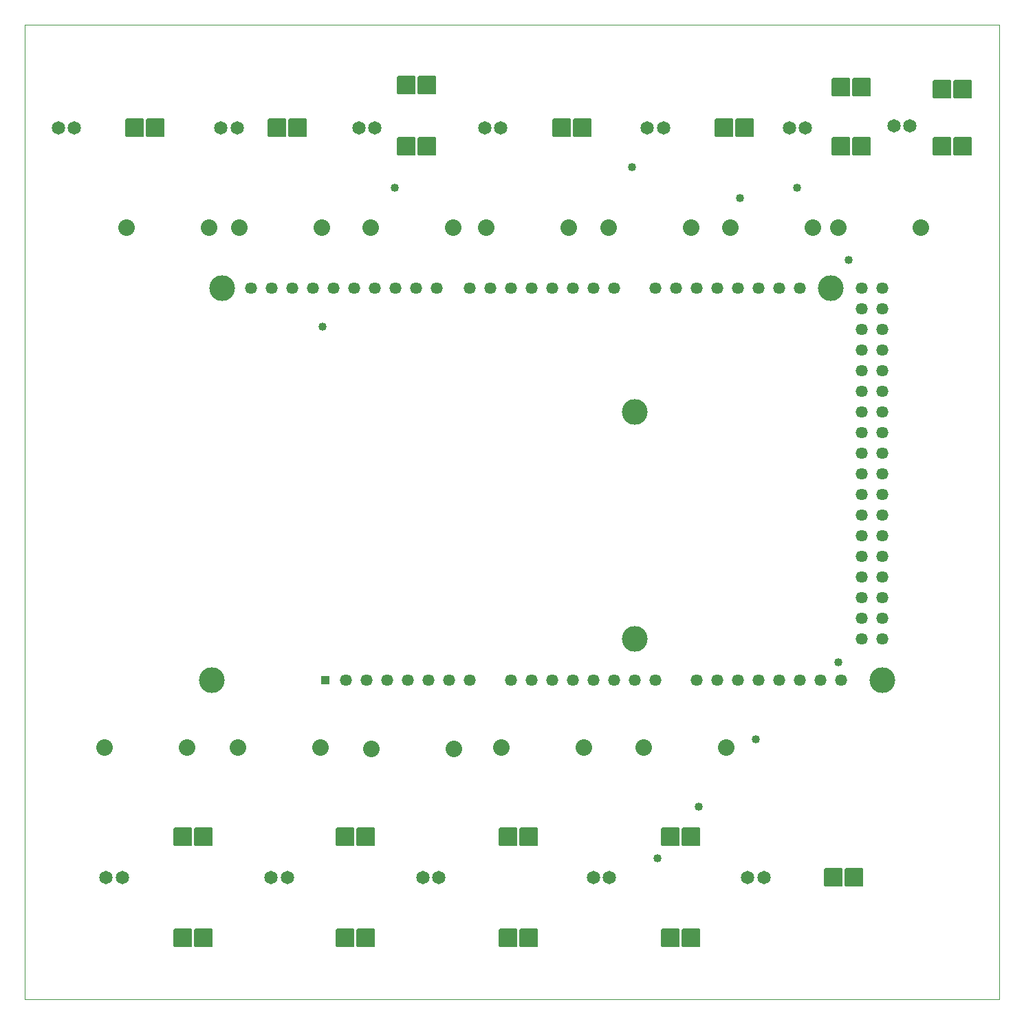
<source format=gbr>
G04 PROTEUS GERBER X2 FILE*
%TF.GenerationSoftware,Labcenter,Proteus,8.16-SP3-Build36097*%
%TF.CreationDate,2024-06-22T10:21:33+00:00*%
%TF.FileFunction,Soldermask,Bot*%
%TF.FilePolarity,Negative*%
%TF.Part,Single*%
%TF.SameCoordinates,{24a379d5-4027-43cf-b872-4d17f73d1947}*%
%FSLAX45Y45*%
%MOMM*%
G01*
%TA.AperFunction,Material*%
%ADD21C,1.016000*%
%TA.AperFunction,Material*%
%ADD22C,1.457960*%
%ADD23C,3.175000*%
%AMPPAD016*
4,1,36,
-0.529810,-0.480830,
-0.529810,0.480830,
-0.528810,0.490700,
-0.525960,0.499890,
-0.521440,0.508210,
-0.515460,0.515460,
-0.508210,0.521440,
-0.499890,0.525960,
-0.490700,0.528810,
-0.480830,0.529810,
0.480830,0.529810,
0.490700,0.528810,
0.499890,0.525960,
0.508210,0.521440,
0.515460,0.515460,
0.521440,0.508210,
0.525960,0.499890,
0.528810,0.490700,
0.529810,0.480830,
0.529810,-0.480830,
0.528810,-0.490700,
0.525960,-0.499890,
0.521440,-0.508210,
0.515460,-0.515460,
0.508210,-0.521440,
0.499890,-0.525960,
0.490700,-0.528810,
0.480830,-0.529810,
-0.480830,-0.529810,
-0.490700,-0.528810,
-0.499890,-0.525960,
-0.508210,-0.521440,
-0.515460,-0.515460,
-0.521440,-0.508210,
-0.525960,-0.499890,
-0.528810,-0.490700,
-0.529810,-0.480830,
0*%
%ADD24PPAD016*%
%AMPPAD017*
4,1,36,
-1.016000,1.143000,
1.016000,1.143000,
1.041590,1.140420,
1.065430,1.133020,
1.087000,1.121310,
1.105800,1.105800,
1.121310,1.087000,
1.133020,1.065430,
1.140420,1.041590,
1.143000,1.016000,
1.143000,-1.016000,
1.140420,-1.041590,
1.133020,-1.065430,
1.121310,-1.087000,
1.105800,-1.105800,
1.087000,-1.121310,
1.065430,-1.133020,
1.041590,-1.140420,
1.016000,-1.143000,
-1.016000,-1.143000,
-1.041590,-1.140420,
-1.065430,-1.133020,
-1.087000,-1.121310,
-1.105800,-1.105800,
-1.121310,-1.087000,
-1.133020,-1.065430,
-1.140420,-1.041590,
-1.143000,-1.016000,
-1.143000,1.016000,
-1.140420,1.041590,
-1.133020,1.065430,
-1.121310,1.087000,
-1.105800,1.105800,
-1.087000,1.121310,
-1.065430,1.133020,
-1.041590,1.140420,
-1.016000,1.143000,
0*%
%TA.AperFunction,Material*%
%ADD25PPAD017*%
%ADD26C,1.651000*%
%ADD27C,2.032000*%
%TA.AperFunction,Profile*%
%ADD18C,0.101600*%
%TD.AperFunction*%
D21*
X-2536000Y+2278000D03*
X-1647000Y+3992500D03*
X+3306000Y+3992500D03*
X+3941000Y+3103500D03*
X+2798000Y-2802000D03*
X+3814000Y-1849500D03*
X+1274000Y+4246500D03*
X+2607500Y+3865500D03*
X+1591500Y-4262500D03*
X+2099500Y-3627500D03*
D22*
X+1052000Y+2750000D03*
X+798000Y+2750000D03*
X+544000Y+2750000D03*
X+290000Y+2750000D03*
X-1742000Y-2076000D03*
X+36000Y+2750000D03*
X-218000Y+2750000D03*
X-1488000Y-2076000D03*
X+4100000Y+2750000D03*
X+4354000Y+2750000D03*
X-472000Y+2750000D03*
X-726000Y+2750000D03*
X-1132400Y+2750000D03*
X-1386400Y+2750000D03*
X-1640400Y+2750000D03*
X-1894400Y+2750000D03*
X-2148400Y+2750000D03*
X-2402400Y+2750000D03*
X+1560000Y+2750000D03*
X+1814000Y+2750000D03*
X+2068000Y+2750000D03*
X+2322000Y+2750000D03*
X+2576000Y+2750000D03*
X+2830000Y+2750000D03*
X+3084000Y+2750000D03*
X+3338000Y+2750000D03*
X+4100000Y+2496000D03*
X+4354000Y+2496000D03*
X+4100000Y+2242000D03*
X+4354000Y+2242000D03*
X+4100000Y+1988000D03*
X+4354000Y+1988000D03*
X+4100000Y+1734000D03*
X+4354000Y+1734000D03*
X+4100000Y+1480000D03*
X+4354000Y+1480000D03*
X+4100000Y+1226000D03*
X+4354000Y+1226000D03*
X+4100000Y+972000D03*
X+4354000Y+972000D03*
X+4100000Y+718000D03*
X+4354000Y+718000D03*
X+4100000Y+464000D03*
X+4354000Y+464000D03*
X+4100000Y+210000D03*
X+4354000Y+210000D03*
X+4100000Y-44000D03*
X+4354000Y-44000D03*
X+4100000Y-298000D03*
X+4354000Y-298000D03*
X+4100000Y-552000D03*
X+4354000Y-552000D03*
X+4100000Y-806000D03*
X+4354000Y-806000D03*
X+4100000Y-1060000D03*
X+4354000Y-1060000D03*
X+4100000Y-1314000D03*
X+4354000Y-1314000D03*
X-218000Y-2076000D03*
X+36000Y-2076000D03*
X+290000Y-2076000D03*
X+544000Y-2076000D03*
X+798000Y-2076000D03*
X+1052000Y-2076000D03*
X+1306000Y-2076000D03*
X+1560000Y-2076000D03*
X+2068000Y-2076000D03*
X+2322000Y-2076000D03*
X+2576000Y-2076000D03*
X+2830000Y-2076000D03*
X+3084000Y-2076000D03*
X+3338000Y-2076000D03*
X+3592000Y-2076000D03*
X+3846000Y-2076000D03*
X-2910400Y+2750000D03*
D23*
X-3901000Y-2076000D03*
X+1306000Y-1568000D03*
X+1306000Y+1226000D03*
X-3774000Y+2750000D03*
X+4354000Y-2076000D03*
X+3719000Y+2750000D03*
D22*
X-1234000Y-2076000D03*
X-980000Y-2076000D03*
X-2656400Y+2750000D03*
X+4100000Y-1568000D03*
X+4354000Y-1568000D03*
X-2250000Y-2076000D03*
D24*
X-2504000Y-2076000D03*
D22*
X-1996000Y-2076000D03*
X-3418400Y+2750000D03*
X-3164400Y+2750000D03*
X-726000Y-2076000D03*
D25*
X-4842000Y+4727000D03*
X-4588000Y+4727000D03*
X-3092000Y+4727000D03*
X-2838000Y+4727000D03*
X-1504000Y+5250000D03*
X-1250000Y+5250000D03*
X-1504000Y+4500000D03*
X-1250000Y+4500000D03*
X+408000Y+4727000D03*
X+662000Y+4727000D03*
X+2408000Y+4727000D03*
X+2662000Y+4727000D03*
X+3846000Y+5227000D03*
X+4100000Y+5227000D03*
X+3846000Y+4500000D03*
X+4100000Y+4500000D03*
X+5096000Y+4500000D03*
X+5350000Y+4500000D03*
X+5096000Y+5200000D03*
X+5350000Y+5200000D03*
X+3754000Y-4500000D03*
X+4008000Y-4500000D03*
X+1750000Y-5250000D03*
X+2004000Y-5250000D03*
X+1750000Y-4000000D03*
X+2004000Y-4000000D03*
X-250000Y-4000000D03*
X+4000Y-4000000D03*
X-250000Y-5250000D03*
X+4000Y-5250000D03*
X-2254000Y-5250000D03*
X-2000000Y-5250000D03*
X-2254000Y-4000000D03*
X-2000000Y-4000000D03*
X-4250000Y-4000000D03*
X-3996000Y-4000000D03*
X-4250000Y-5250000D03*
X-3996000Y-5250000D03*
D26*
X-5788000Y+4727000D03*
X-5588000Y+4727000D03*
X-3588000Y+4727000D03*
X-3788000Y+4727000D03*
X-1888000Y+4727000D03*
X-2088000Y+4727000D03*
X-338000Y+4727000D03*
X-538000Y+4727000D03*
X+1462000Y+4727000D03*
X+1662000Y+4727000D03*
X+3212000Y+4727000D03*
X+3412000Y+4727000D03*
X+4500000Y+4750000D03*
X+4700000Y+4750000D03*
X+2698000Y-4500000D03*
X+2898000Y-4500000D03*
X+800000Y-4500000D03*
X+1000000Y-4500000D03*
X-1302000Y-4500000D03*
X-1102000Y-4500000D03*
X-3167000Y-4500000D03*
X-2967000Y-4500000D03*
X-5200000Y-4500000D03*
X-5000000Y-4500000D03*
D27*
X-4946000Y+3500000D03*
X-3930000Y+3500000D03*
X-2542000Y+3500000D03*
X-3558000Y+3500000D03*
X-1946000Y+3500000D03*
X-930000Y+3500000D03*
X-516000Y+3500000D03*
X+500000Y+3500000D03*
X+2000000Y+3500000D03*
X+984000Y+3500000D03*
X+3500000Y+3500000D03*
X+2484000Y+3500000D03*
X+3817000Y+3500000D03*
X+4833000Y+3500000D03*
X+1421000Y-2900000D03*
X+2437000Y-2900000D03*
X-329000Y-2900000D03*
X+687000Y-2900000D03*
X-1932000Y-2916000D03*
X-916000Y-2916000D03*
X-2560000Y-2900000D03*
X-3576000Y-2900000D03*
X-5216000Y-2900000D03*
X-4200000Y-2900000D03*
D18*
X-6200000Y-6000000D02*
X+5800000Y-6000000D01*
X+5800000Y+6000000D01*
X-6200000Y+6000000D01*
X-6200000Y-6000000D01*
M02*

</source>
